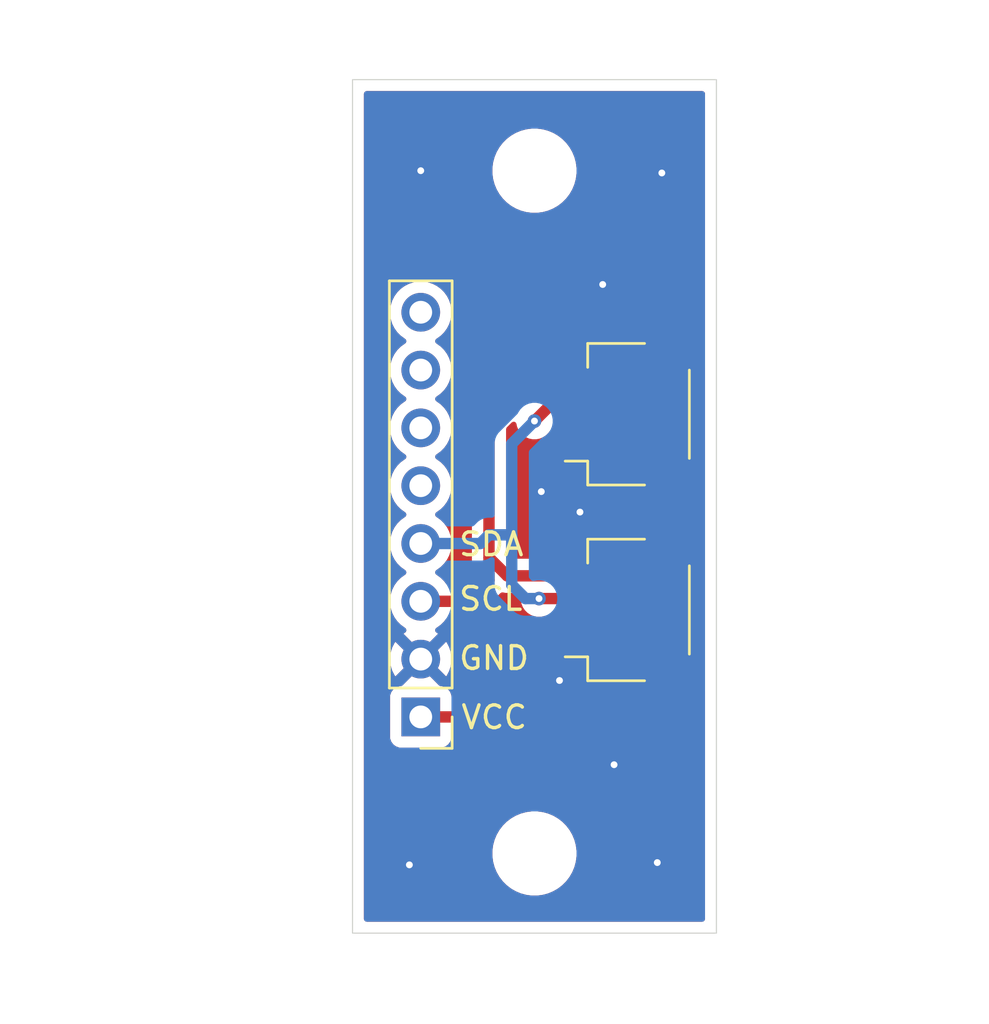
<source format=kicad_pcb>
(kicad_pcb (version 20241229) (generator "pcbnew") (generator_version "9.0")
  (layers (0 "F.Cu" signal "Front") (4 "In1.Cu" signal) (6 "In2.Cu" signal) (2 "B.Cu" signal "Back") (13 "F.Paste" user) (15 "B.Paste" user) (5 "F.SilkS" user "F.Silkscreen") (7 "B.SilkS" user "B.Silkscreen") (1 "F.Mask" user) (3 "B.Mask" user) (25 "Edge.Cuts" user))
  (net 0 "")
  (net 1 "GND")
  (net 2 "VCC")
  (net 3 "Net-(J2-Pin_3)")
  (net 4 "Net-(J2-Pin_4)")
  (footprint "Connector_JST:JST_SH_SM04B-SRSS-TB_1x04-1MP_P1.00mm_Horizontal" (layer "F.Cu") (at 143.125 100.3 90)
    (property "Reference" "J3" (hide yes))
    (property "Value" "Conn_01x04_Pin")
    (fp_line (start 3.11 -1.785) (end 2.06 -1.785) (stroke (width 0.12)) (layer "F.SilkS"))
    (fp_line (start -2.06 -1.785) (end -2.06 -2.775) (stroke (width 0.12)) (layer "F.SilkS"))
    (fp_line (start -3.11 -1.785) (end -2.06 -1.785) (stroke (width 0.12)) (layer "F.SilkS"))
    (fp_line (start 3.11 0.715) (end 3.11 -1.785) (stroke (width 0.12)) (layer "F.SilkS"))
    (fp_line (start -3.11 0.715) (end -3.11 -1.785) (stroke (width 0.12)) (layer "F.SilkS"))
    (fp_line (start -1.94 2.685) (end 1.94 2.685) (stroke (width 0.12)) (layer "F.SilkS"))
    (pad "1" smd roundrect (at -1.5 -2 90) (size 0.6 1.55) (layers "F.Cu" "F.Mask" "F.Paste") (net 1 "GND"))
    (pad "2" smd roundrect (at -0.5 -2 90) (size 0.6 1.55) (layers "F.Cu" "F.Mask" "F.Paste") (net 2 "VCC"))
    (pad "3" smd roundrect (at 0.5 -2 90) (size 0.6 1.55) (layers "F.Cu" "F.Mask" "F.Paste") (net 3 "Net-(J2-Pin_3)"))
    (pad "4" smd roundrect (at 1.5 -2 90) (size 0.6 1.55) (layers "F.Cu" "F.Mask" "F.Paste") (net 4 "Net-(J2-Pin_4)"))
    (pad "MP" smd roundrect (at -2.8 1.875 90) (size 1.2 1.8) (layers "F.Cu" "F.Mask" "F.Paste") (roundrect_rratio 0.208333))
    (pad "MP" smd roundrect (at 2.8 1.875 90) (size 1.2 1.8) (layers "F.Cu" "F.Mask" "F.Paste") (roundrect_rratio 0.208333))
  )
  (footprint "MountingHole:MountingHole_3.2mm_M3" (layer "F.Cu") (at 139 81)
    (property "Reference" "H2" (hide yes))
    (property "Value" "MountingHole" (hide yes))
    (pad "" np_thru_hole circle (at 0 0) (size 3.2 3.2) (drill 3.2) (layers "*.Cu" "*.Mask"))
  )
  (footprint "Connector_PinHeader_2.54mm:PinHeader_1x08_P2.54mm_Vertical" (layer "F.Cu") (at 134 105 180)
    (property "Reference" "J4" (hide yes))
    (property "Value" "Conn_01x08_Pin" (hide yes))
    (fp_line (start 1.38 1.27) (end 1.38 19.16) (stroke (width 0.12)) (layer "F.SilkS"))
    (fp_line (start -1.38 19.16) (end 1.38 19.16) (stroke (width 0.12)) (layer "F.SilkS"))
    (fp_line (start -1.38 1.27) (end 1.38 1.27) (stroke (width 0.12)) (layer "F.SilkS"))
    (fp_line (start -1.38 1.27) (end -1.38 19.16) (stroke (width 0.12)) (layer "F.SilkS"))
    (fp_line (start -1.38 0) (end -1.38 -1.38) (stroke (width 0.12)) (layer "F.SilkS"))
    (fp_line (start -1.38 -1.38) (end 0 -1.38) (stroke (width 0.12)) (layer "F.SilkS"))
    (pad "1" thru_hole rect (at 0 0 180) (size 1.7 1.7) (drill 1) (layers "*.Cu" "*.Mask") (net 2 "VCC"))
    (pad "2" thru_hole circle (at 0 2.54 180) (size 1.7 1.7) (drill 1) (layers "*.Cu" "*.Mask") (net 1 "GND"))
    (pad "3" thru_hole circle (at 0 5.08 180) (size 1.7 1.7) (drill 1) (layers "*.Cu" "*.Mask") (net 4 "Net-(J2-Pin_4)"))
    (pad "4" thru_hole circle (at 0 7.62 180) (size 1.7 1.7) (drill 1) (layers "*.Cu" "*.Mask") (net 3 "Net-(J2-Pin_3)"))
    (pad "5" thru_hole circle (at 0 10.16 180) (size 1.7 1.7) (drill 1) (layers "*.Cu" "*.Mask"))
    (pad "6" thru_hole circle (at 0 12.7 180) (size 1.7 1.7) (drill 1) (layers "*.Cu" "*.Mask"))
    (pad "7" thru_hole circle (at 0 15.24 180) (size 1.7 1.7) (drill 1) (layers "*.Cu" "*.Mask"))
    (pad "8" thru_hole circle (at 0 17.78 180) (size 1.7 1.7) (drill 1) (layers "*.Cu" "*.Mask"))
  )
  (footprint "Connector_JST:JST_SH_SM04B-SRSS-TB_1x04-1MP_P1.00mm_Horizontal" (layer "F.Cu") (at 143.125 91.7 90)
    (property "Reference" "J2" (hide yes))
    (property "Value" "Conn_01x04_Pin")
    (fp_line (start 3.11 -1.785) (end 2.06 -1.785) (stroke (width 0.12)) (layer "F.SilkS"))
    (fp_line (start -2.06 -1.785) (end -2.06 -2.775) (stroke (width 0.12)) (layer "F.SilkS"))
    (fp_line (start -3.11 -1.785) (end -2.06 -1.785) (stroke (width 0.12)) (layer "F.SilkS"))
    (fp_line (start 3.11 0.715) (end 3.11 -1.785) (stroke (width 0.12)) (layer "F.SilkS"))
    (fp_line (start -3.11 0.715) (end -3.11 -1.785) (stroke (width 0.12)) (layer "F.SilkS"))
    (fp_line (start -1.94 2.685) (end 1.94 2.685) (stroke (width 0.12)) (layer "F.SilkS"))
    (pad "1" smd roundrect (at -1.5 -2 90) (size 0.6 1.55) (layers "F.Cu" "F.Mask" "F.Paste") (net 1 "GND"))
    (pad "2" smd roundrect (at -0.5 -2 90) (size 0.6 1.55) (layers "F.Cu" "F.Mask" "F.Paste") (net 2 "VCC"))
    (pad "3" smd roundrect (at 0.5 -2 90) (size 0.6 1.55) (layers "F.Cu" "F.Mask" "F.Paste") (net 3 "Net-(J2-Pin_3)"))
    (pad "4" smd roundrect (at 1.5 -2 90) (size 0.6 1.55) (layers "F.Cu" "F.Mask" "F.Paste") (net 4 "Net-(J2-Pin_4)"))
    (pad "MP" smd roundrect (at -2.8 1.875 90) (size 1.2 1.8) (layers "F.Cu" "F.Mask" "F.Paste") (roundrect_rratio 0.208333))
    (pad "MP" smd roundrect (at 2.8 1.875 90) (size 1.2 1.8) (layers "F.Cu" "F.Mask" "F.Paste") (roundrect_rratio 0.208333))
  )
  (footprint "MountingHole:MountingHole_3.2mm_M3" (layer "F.Cu") (at 139 111)
    (property "Reference" "H1" (hide yes))
    (property "Value" "MountingHole" (hide yes))
    (pad "" np_thru_hole circle (at 0 0) (size 3.2 3.2) (drill 3.2) (layers "*.Cu" "*.Mask"))
  )
  (gr_rect (start 131 77) (end 147 114.5) (stroke (width 0.05)) (fill no) (layer "Edge.Cuts"))
  (gr_text "VCC\n" (at 135.7 105.6 0) (layer "F.SilkS") (effects (font (size 1 1)) (justify left bottom)))
  (gr_text "SCL\n" (at 135.6 100.4 0) (layer "F.SilkS") (effects (font (size 1 1)) (justify left bottom)))
  (gr_text "SDA" (at 135.6 98 0) (layer "F.SilkS") (effects (font (size 1 1)) (justify left bottom)))
  (gr_text "GND" (at 135.6 103 0) (layer "F.SilkS") (effects (font (size 1 1)) (justify left bottom)))
  (via (at 144.6 81.1) (size 0.6) (drill 0.3) (layers "F.Cu" "B.Cu") (net 1))
  (via (at 134 81) (size 0.6) (drill 0.3) (layers "F.Cu" "B.Cu") (net 1))
  (via (at 142.5 107.1) (size 0.6) (drill 0.3) (layers "F.Cu" "B.Cu") (net 1))
  (via (at 144.4 111.4) (size 0.6) (drill 0.3) (layers "F.Cu" "B.Cu") (net 1))
  (via (at 141 96) (size 0.6) (drill 0.3) (layers "F.Cu" "B.Cu") (net 1))
  (via (at 142 86) (size 0.6) (drill 0.3) (layers "F.Cu" "B.Cu") (net 1))
  (via (at 139.3 95.1) (size 0.6) (drill 0.3) (layers "F.Cu" "B.Cu") (net 1))
  (via (at 140.1 103.4) (size 0.6) (drill 0.3) (layers "F.Cu" "B.Cu") (net 1))
  (via (at 133.5 111.5) (size 0.6) (drill 0.3) (layers "F.Cu" "B.Cu") (net 1))
  (segment (start 143 92.4) (end 143 100) (width 0.5) (layer "F.Cu") (net 2))
  (segment (start 141.125 92.2) (end 142.8 92.2) (width 0.5) (layer "F.Cu") (net 2))
  (segment (start 143 104) (end 142 105) (width 0.5) (layer "F.Cu") (net 2))
  (segment (start 143 100) (end 143 104) (width 0.5) (layer "F.Cu") (net 2))
  (segment (start 143 100) (end 142.2 100.8) (width 0.5) (layer "F.Cu") (net 2))
  (segment (start 142 105) (end 134 105) (width 0.5) (layer "F.Cu") (net 2))
  (segment (start 142.2 100.8) (end 141.125 100.8) (width 0.5) (layer "F.Cu") (net 2))
  (segment (start 142.8 92.2) (end 143 92.4) (width 0.5) (layer "F.Cu") (net 2))
  (segment (start 141.125 91.2) (end 139.8 91.2) (width 0.5) (layer "F.Cu") (net 3))
  (segment (start 139.2 99.8) (end 141.125 99.8) (width 0.5) (layer "F.Cu") (net 3))
  (segment (start 139.8 91.2) (end 139 92) (width 0.5) (layer "F.Cu") (net 3))
  (via (at 139 92) (size 0.6) (drill 0.3) (layers "F.Cu" "B.Cu") (net 3))
  (via (at 139.2 99.8) (size 0.6) (drill 0.3) (layers "F.Cu" "B.Cu") (net 3))
  (segment (start 138 93) (end 138 95) (width 0.5) (layer "B.Cu") (net 3))
  (segment (start 138.601712 99.8) (end 138 99.198288) (width 0.5) (layer "B.Cu") (net 3))
  (segment (start 137 97) (end 136.62 97.38) (width 0.5) (layer "B.Cu") (net 3))
  (segment (start 138 97) (end 138 95) (width 0.5) (layer "B.Cu") (net 3))
  (segment (start 136.62 97.38) (end 134 97.38) (width 0.5) (layer "B.Cu") (net 3))
  (segment (start 138 97) (end 137 97) (width 0.5) (layer "B.Cu") (net 3))
  (segment (start 139.2 99.8) (end 138.601712 99.8) (width 0.5) (layer "B.Cu") (net 3))
  (segment (start 138 99.198288) (end 138 97) (width 0.5) (layer "B.Cu") (net 3))
  (segment (start 137.96 95.04) (end 138 95) (width 0.127) (layer "B.Cu") (net 3))
  (segment (start 139 92) (end 138 93) (width 0.5) (layer "B.Cu") (net 3))
  (segment (start 137 98) (end 137.8 98.8) (width 0.5) (layer "F.Cu") (net 4))
  (segment (start 137 98) (end 137 99) (width 0.5) (layer "F.Cu") (net 4))
  (segment (start 137.8 98.8) (end 141.125 98.8) (width 0.5) (layer "F.Cu") (net 4))
  (segment (start 138.8 90.2) (end 137 92) (width 0.5) (layer "F.Cu") (net 4))
  (segment (start 137 99) (end 136.08 99.92) (width 0.5) (layer "F.Cu") (net 4))
  (segment (start 136.08 99.92) (end 134 99.92) (width 0.5) (layer "F.Cu") (net 4))
  (segment (start 141.125 90.2) (end 138.8 90.2) (width 0.5) (layer "F.Cu") (net 4))
  (segment (start 137 92) (end 137 98) (width 0.5) (layer "F.Cu") (net 4))
  (zone (net 1) (net_name "GND") (layers "F.Cu" "B.Cu") (connect_pads (clearance 0.5)) (min_thickness 0.25) (fill yes (thermal_gap 0.5) (thermal_bridge_width 0.5))
    (polygon (pts (xy 159 78) (xy 144 73.5) (xy 115.5 80) (xy 116.5 118) (xy 157.5 118.5)))
  )
)
</source>
